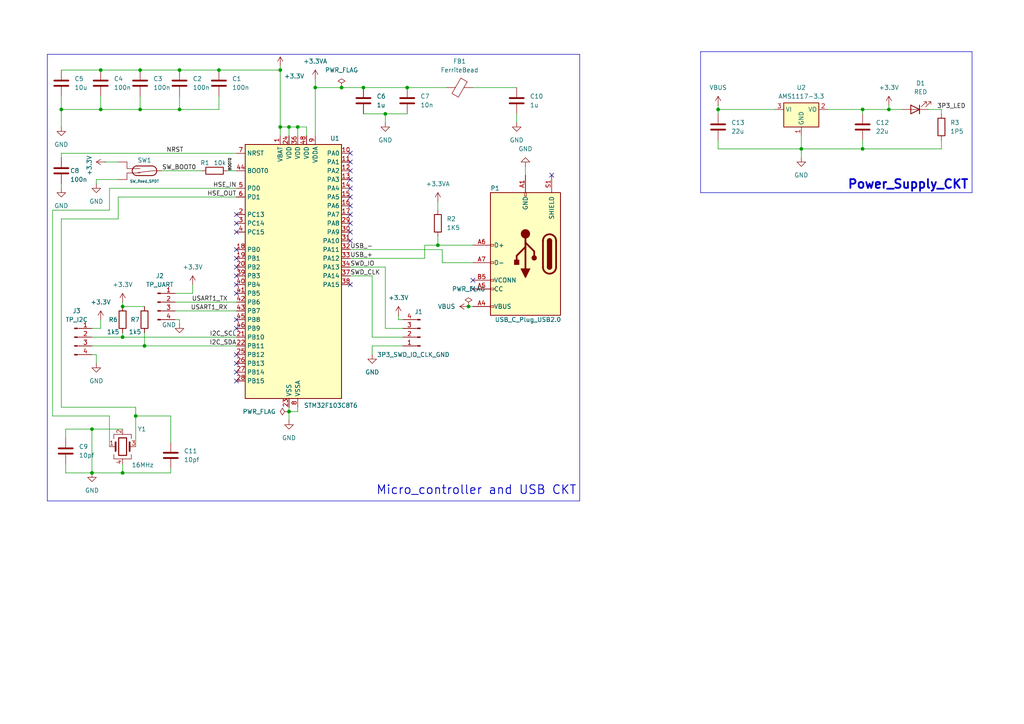
<source format=kicad_sch>
(kicad_sch (version 20231120) (generator "eeschema") (generator_version "8.0")
  (paper "A4")
  (title_block (title "Simple_STM32_PCB") (date "2024-08-11") (rev "Rev_A") (company "Self"))
  (lib_symbols
    (symbol "Connector:Conn_01x04_Pin" (pin_names (offset 1.016) hide)
      (property "Reference" "J" (at 0 5.08 0))
      (property "Value" "Conn_01x04_Pin" (at 0 -7.62 0))
      (symbol "Conn_01x04_Pin_1_1"
        (polyline (pts (xy 1.27 -5.08) (xy 0.8636 -5.08)) (stroke (width 0.1524)))
        (polyline (pts (xy 1.27 -2.54) (xy 0.8636 -2.54)) (stroke (width 0.1524)))
        (polyline (pts (xy 1.27 0) (xy 0.8636 0)) (stroke (width 0.1524)))
        (polyline (pts (xy 1.27 2.54) (xy 0.8636 2.54)) (stroke (width 0.1524)))
        (rectangle (start 0.8636 -4.953) (end 0 -5.207) (stroke (width 0.1524)) (fill (type outline)))
        (rectangle (start 0.8636 -2.413) (end 0 -2.667) (stroke (width 0.1524)) (fill (type outline)))
        (rectangle (start 0.8636 0.127) (end 0 -0.127) (stroke (width 0.1524)) (fill (type outline)))
        (rectangle (start 0.8636 2.667) (end 0 2.413) (stroke (width 0.1524)) (fill (type outline)))
        (pin passive line (at 5.08 2.54 180) (length 3.81) (name "Pin_1") (number "1"))
        (pin passive line (at 5.08 0 180) (length 3.81) (name "Pin_2") (number "2"))
        (pin passive line (at 5.08 -2.54 180) (length 3.81) (name "Pin_3") (number "3"))
        (pin passive line (at 5.08 -5.08 180) (length 3.81) (name "Pin_4") (number "4"))
      )
    )
    (symbol "Connector:USB_C_Plug_USB2.0" (pin_names (offset 1.016))
      (property "Reference" "P" (at -10.16 19.05 0))
      (property "Value" "USB_C_Plug_USB2.0" (at 12.7 19.05 0))
      (symbol "USB_C_Plug_USB2.0_0_0"
        (rectangle (start -0.254 -17.78) (end 0.254 -16.764))
        (rectangle (start 10.16 -2.286) (end 9.144 -2.794))
        (rectangle (start 10.16 2.794) (end 9.144 2.286))
        (rectangle (start 10.16 7.874) (end 9.144 7.366))
        (rectangle (start 10.16 10.414) (end 9.144 9.906))
        (rectangle (start 10.16 15.494) (end 9.144 14.986))
      )
      (symbol "USB_C_Plug_USB2.0_0_1"
        (rectangle (start -10.16 17.78) (end 10.16 -17.78) (stroke (width 0.254)) (fill (type background)))
        (arc (start -8.89 -3.81) (mid -6.985 -5.7067) (end -5.08 -3.81) (stroke (width 0.508)))
        (arc (start -7.62 -3.81) (mid -6.985 -4.4423) (end -6.35 -3.81) (stroke (width 0.254)))
        (arc (start -7.62 -3.81) (mid -6.985 -4.4423) (end -6.35 -3.81) (stroke (width 0.254)) (fill (type outline)))
        (rectangle (start -7.62 -3.81) (end -6.35 3.81) (stroke (width 0.254)) (fill (type outline)))
        (arc (start -6.35 3.81) (mid -6.985 4.4423) (end -7.62 3.81) (stroke (width 0.254)))
        (arc (start -6.35 3.81) (mid -6.985 4.4423) (end -7.62 3.81) (stroke (width 0.254)) (fill (type outline)))
        (arc (start -5.08 3.81) (mid -6.985 5.7067) (end -8.89 3.81) (stroke (width 0.508)))
        (circle (center -2.54 1.143) (radius 0.635) (stroke (width 0.254)) (fill (type outline)))
        (circle (center 0 -5.842) (radius 1.27) (fill (type outline)))
        (polyline (pts (xy -8.89 -3.81) (xy -8.89 3.81)) (stroke (width 0.508)))
        (polyline (pts (xy -5.08 3.81) (xy -5.08 -3.81)) (stroke (width 0.508)))
        (polyline (pts (xy 0 -5.842) (xy 0 4.318)) (stroke (width 0.508)))
        (polyline (pts (xy 0 -3.302) (xy -2.54 -0.762) (xy -2.54 0.508)) (stroke (width 0.508)))
        (polyline (pts (xy 0 -2.032) (xy 2.54 0.508) (xy 2.54 1.778)) (stroke (width 0.508)))
        (polyline (pts (xy -1.27 4.318) (xy 0 6.858) (xy 1.27 4.318) (xy -1.27 4.318)) (stroke (width 0.254)) (fill (type outline)))
        (rectangle (start 1.905 1.778) (end 3.175 3.048) (stroke (width 0.254)) (fill (type outline)))
      )
      (symbol "USB_C_Plug_USB2.0_1_1"
        (pin passive line (at 0 -22.86 90) (length 5.08) (name "GND") (number "A1"))
        (pin passive line (at 0 -22.86 90) (length 5.08) hide (name "GND") (number "A12"))
        (pin passive line (at 15.24 15.24 180) (length 5.08) (name "VBUS") (number "A4"))
        (pin bidirectional line (at 15.24 10.16 180) (length 5.08) (name "CC") (number "A5"))
        (pin bidirectional line (at 15.24 -2.54 180) (length 5.08) (name "D+") (number "A6"))
        (pin bidirectional line (at 15.24 2.54 180) (length 5.08) (name "D-") (number "A7"))
        (pin passive line (at 15.24 15.24 180) (length 5.08) hide (name "VBUS") (number "A9"))
        (pin passive line (at 0 -22.86 90) (length 5.08) hide (name "GND") (number "B1"))
        (pin passive line (at 0 -22.86 90) (length 5.08) hide (name "GND") (number "B12"))
        (pin passive line (at 15.24 15.24 180) (length 5.08) hide (name "VBUS") (number "B4"))
        (pin bidirectional line (at 15.24 7.62 180) (length 5.08) (name "VCONN") (number "B5"))
        (pin passive line (at 15.24 15.24 180) (length 5.08) hide (name "VBUS") (number "B9"))
        (pin passive line (at -7.62 -22.86 90) (length 5.08) (name "SHIELD") (number "S1"))
      )
    )
    (symbol "Device:C" (pin_numbers hide) (pin_names (offset 0.254))
      (property "Reference" "C" (at 0.635 2.54 0))
      (property "Value" "C" (at 0.635 -2.54 0))
      (symbol "C_0_1"
        (polyline (pts (xy -2.032 -0.762) (xy 2.032 -0.762)) (stroke (width 0.508)))
        (polyline (pts (xy -2.032 0.762) (xy 2.032 0.762)) (stroke (width 0.508)))
      )
      (symbol "C_1_1"
        (pin passive line (at 0 3.81 270) (length 2.794) (name "~") (number "1"))
        (pin passive line (at 0 -3.81 90) (length 2.794) (name "~") (number "2"))
      )
    )
    (symbol "Device:Crystal_GND24" (pin_names (offset 1.016) hide)
      (property "Reference" "Y" (at 3.175 5.08 0))
      (property "Value" "Crystal_GND24" (at 3.175 3.175 0))
      (symbol "Crystal_GND24_0_1"
        (rectangle (start -1.143 2.54) (end 1.143 -2.54) (stroke (width 0.3048)))
        (polyline (pts (xy -2.54 0) (xy -2.032 0)))
        (polyline (pts (xy -2.032 -1.27) (xy -2.032 1.27)) (stroke (width 0.508)))
        (polyline (pts (xy 0 -3.81) (xy 0 -3.556)))
        (polyline (pts (xy 0 3.556) (xy 0 3.81)))
        (polyline (pts (xy 2.032 -1.27) (xy 2.032 1.27)) (stroke (width 0.508)))
        (polyline (pts (xy 2.032 0) (xy 2.54 0)))
        (polyline (pts (xy -2.54 -2.286) (xy -2.54 -3.556) (xy 2.54 -3.556) (xy 2.54 -2.286)))
        (polyline (pts (xy -2.54 2.286) (xy -2.54 3.556) (xy 2.54 3.556) (xy 2.54 2.286)))
      )
      (symbol "Crystal_GND24_1_1"
        (pin passive line (at -3.81 0 0) (length 1.27) (name "1") (number "1"))
        (pin passive line (at 0 5.08 270) (length 1.27) (name "2") (number "2"))
        (pin passive line (at 3.81 0 180) (length 1.27) (name "3") (number "3"))
        (pin passive line (at 0 -5.08 90) (length 1.27) (name "4") (number "4"))
      )
    )
    (symbol "Device:FerriteBead" (pin_numbers hide) (pin_names (offset 0))
      (property "Reference" "FB" (at -3.81 0.635 90))
      (property "Value" "FerriteBead" (at 3.81 0 90))
      (symbol "FerriteBead_0_1"
        (polyline (pts (xy 0 -1.27) (xy 0 -1.2192)))
        (polyline (pts (xy 0 1.27) (xy 0 1.2954)))
        (polyline (pts (xy -2.7686 0.4064) (xy -1.7018 2.2606) (xy 2.7686 -0.3048) (xy 1.6764 -2.159) (xy -2.7686 0.4064)))
      )
      (symbol "FerriteBead_1_1"
        (pin passive line (at 0 3.81 270) (length 2.54) (name "~") (number "1"))
        (pin passive line (at 0 -3.81 90) (length 2.54) (name "~") (number "2"))
      )
    )
    (symbol "Device:LED" (pin_numbers hide) (pin_names (offset 1.016) hide)
      (property "Reference" "D" (at 0 2.54 0))
      (property "Value" "LED" (at 0 -2.54 0))
      (symbol "LED_0_1"
        (polyline (pts (xy -1.27 -1.27) (xy -1.27 1.27)) (stroke (width 0.254)))
        (polyline (pts (xy -1.27 0) (xy 1.27 0)))
        (polyline (pts (xy 1.27 -1.27) (xy 1.27 1.27) (xy -1.27 0) (xy 1.27 -1.27)) (stroke (width 0.254)))
        (polyline (pts (xy -3.048 -0.762) (xy -4.572 -2.286) (xy -3.81 -2.286) (xy -4.572 -2.286) (xy -4.572 -1.524)))
        (polyline (pts (xy -1.778 -0.762) (xy -3.302 -2.286) (xy -2.54 -2.286) (xy -3.302 -2.286) (xy -3.302 -1.524)))
      )
      (symbol "LED_1_1"
        (pin passive line (at -3.81 0 0) (length 2.54) (name "K") (number "1"))
        (pin passive line (at 3.81 0 180) (length 2.54) (name "A") (number "2"))
      )
    )
    (symbol "Device:R" (pin_numbers hide) (pin_names (offset 0))
      (property "Reference" "R" (at 2.032 0 90))
      (property "Value" "R" (at 0 0 90))
      (symbol "R_0_1"
        (rectangle (start -1.016 -2.54) (end 1.016 2.54) (stroke (width 0.254)))
      )
      (symbol "R_1_1"
        (pin passive line (at 0 3.81 270) (length 1.27) (name "~") (number "1"))
        (pin passive line (at 0 -3.81 90) (length 1.27) (name "~") (number "2"))
      )
    )
    (symbol "MCU_ST_STM32F1:STM32F103C8Tx"
      (property "Reference" "U" (at -12.7 39.37 0))
      (property "Value" "STM32F103C8Tx" (at 10.16 39.37 0))
      (symbol "STM32F103C8Tx_0_1"
        (rectangle (start -12.7 -35.56) (end 15.24 38.1) (stroke (width 0.254)) (fill (type background)))
      )
      (symbol "STM32F103C8Tx_1_1"
        (pin power_in line (at -2.54 40.64 270) (length 2.54) (name "VBAT") (number "1"))
        (pin bidirectional line (at 17.78 35.56 180) (length 2.54) (name "PA0") (number "10"))
        (pin bidirectional line (at 17.78 33.02 180) (length 2.54) (name "PA1") (number "11"))
        (pin bidirectional line (at 17.78 30.48 180) (length 2.54) (name "PA2") (number "12"))
        (pin bidirectional line (at 17.78 27.94 180) (length 2.54) (name "PA3") (number "13"))
        (pin bidirectional line (at 17.78 25.4 180) (length 2.54) (name "PA4") (number "14"))
        (pin bidirectional line (at 17.78 22.86 180) (length 2.54) (name "PA5") (number "15"))
        (pin bidirectional line (at 17.78 20.32 180) (length 2.54) (name "PA6") (number "16"))
        (pin bidirectional line (at 17.78 17.78 180) (length 2.54) (name "PA7") (number "17"))
        (pin bidirectional line (at -15.24 7.62 0) (length 2.54) (name "PB0") (number "18"))
        (pin bidirectional line (at -15.24 5.08 0) (length 2.54) (name "PB1") (number "19"))
        (pin bidirectional line (at -15.24 17.78 0) (length 2.54) (name "PC13") (number "2"))
        (pin bidirectional line (at -15.24 2.54 0) (length 2.54) (name "PB2") (number "20"))
        (pin bidirectional line (at -15.24 -17.78 0) (length 2.54) (name "PB10") (number "21"))
        (pin bidirectional line (at -15.24 -20.32 0) (length 2.54) (name "PB11") (number "22"))
        (pin power_in line (at 0 -38.1 90) (length 2.54) (name "VSS") (number "23"))
        (pin power_in line (at 0 40.64 270) (length 2.54) (name "VDD") (number "24"))
        (pin bidirectional line (at -15.24 -22.86 0) (length 2.54) (name "PB12") (number "25"))
        (pin bidirectional line (at -15.24 -25.4 0) (length 2.54) (name "PB13") (number "26"))
        (pin bidirectional line (at -15.24 -27.94 0) (length 2.54) (name "PB14") (number "27"))
        (pin bidirectional line (at -15.24 -30.48 0) (length 2.54) (name "PB15") (number "28"))
        (pin bidirectional line (at 17.78 15.24 180) (length 2.54) (name "PA8") (number "29"))
        (pin bidirectional line (at -15.24 15.24 0) (length 2.54) (name "PC14") (number "3"))
        (pin bidirectional line (at 17.78 12.7 180) (length 2.54) (name "PA9") (number "30"))
        (pin bidirectional line (at 17.78 10.16 180) (length 2.54) (name "PA10") (number "31"))
        (pin bidirectional line (at 17.78 7.62 180) (length 2.54) (name "PA11") (number "32"))
        (pin bidirectional line (at 17.78 5.08 180) (length 2.54) (name "PA12") (number "33"))
        (pin bidirectional line (at 17.78 2.54 180) (length 2.54) (name "PA13") (number "34"))
        (pin passive line (at 0 -38.1 90) (length 2.54) hide (name "VSS") (number "35"))
        (pin power_in line (at 2.54 40.64 270) (length 2.54) (name "VDD") (number "36"))
        (pin bidirectional line (at 17.78 0 180) (length 2.54) (name "PA14") (number "37"))
        (pin bidirectional line (at 17.78 -2.54 180) (length 2.54) (name "PA15") (number "38"))
        (pin bidirectional line (at -15.24 0 0) (length 2.54) (name "PB3") (number "39"))
        (pin bidirectional line (at -15.24 12.7 0) (length 2.54) (name "PC15") (number "4"))
        (pin bidirectional line (at -15.24 -2.54 0) (length 2.54) (name "PB4") (number "40"))
        (pin bidirectional line (at -15.24 -5.08 0) (length 2.54) (name "PB5") (number "41"))
        (pin bidirectional line (at -15.24 -7.62 0) (length 2.54) (name "PB6") (number "42"))
        (pin bidirectional line (at -15.24 -10.16 0) (length 2.54) (name "PB7") (number "43"))
        (pin input line (at -15.24 30.48 0) (length 2.54) (name "BOOT0") (number "44"))
        (pin bidirectional line (at -15.24 -12.7 0) (length 2.54) (name "PB8") (number "45"))
        (pin bidirectional line (at -15.24 -15.24 0) (length 2.54) (name "PB9") (number "46"))
        (pin passive line (at 0 -38.1 90) (length 2.54) hide (name "VSS") (number "47"))
        (pin power_in line (at 5.08 40.64 270) (length 2.54) (name "VDD") (number "48"))
        (pin bidirectional line (at -15.24 25.4 0) (length 2.54) (name "PD0") (number "5"))
        (pin bidirectional line (at -15.24 22.86 0) (length 2.54) (name "PD1") (number "6"))
        (pin input line (at -15.24 35.56 0) (length 2.54) (name "NRST") (number "7"))
        (pin power_in line (at 2.54 -38.1 90) (length 2.54) (name "VSSA") (number "8"))
        (pin power_in line (at 7.62 40.64 270) (length 2.54) (name "VDDA") (number "9"))
      )
    )
    (symbol "Regulator_Linear:AMS1117-3.3"
      (property "Reference" "U" (at -3.81 3.175 0))
      (property "Value" "AMS1117-3.3" (at 0 3.175 0))
      (symbol "AMS1117-3.3_0_1"
        (rectangle (start -5.08 -5.08) (end 5.08 1.905) (stroke (width 0.254)) (fill (type background)))
      )
      (symbol "AMS1117-3.3_1_1"
        (pin power_in line (at 0 -7.62 90) (length 2.54) (name "GND") (number "1"))
        (pin power_out line (at 7.62 0 180) (length 2.54) (name "VO") (number "2"))
        (pin power_in line (at -7.62 0 0) (length 2.54) (name "VI") (number "3"))
      )
    )
    (symbol "Switch:SW_Reed_SPDT" (pin_numbers hide) (pin_names (offset 0) hide)
      (property "Reference" "SW" (at 0 2.54 0))
      (property "Value" "SW_Reed_SPDT" (at 0 -3.81 0))
      (symbol "SW_Reed_SPDT_0_0"
        (arc (start -2.159 1.397) (mid -3.55 0) (end -2.159 -1.397) (stroke (width 0.254)))
        (polyline (pts (xy -2.54 0) (xy 1.905 0.508)))
        (polyline (pts (xy -2.159 -1.397) (xy 2.286 -1.397)) (stroke (width 0.254)))
        (polyline (pts (xy 2.159 1.397) (xy -2.159 1.397)) (stroke (width 0.254)))
        (arc (start 2.159 -1.397) (mid 3.55 0) (end 2.159 1.397) (stroke (width 0.254)))
      )
      (symbol "SW_Reed_SPDT_0_1"
        (polyline (pts (xy 1.27 -0.635) (xy 5.08 -0.635) (xy 5.08 -2.54)))
        (polyline (pts (xy 1.27 0.635) (xy 5.08 0.635) (xy 5.08 2.54)))
      )
      (symbol "SW_Reed_SPDT_1_1"
        (pin passive line (at 7.62 2.54 180) (length 2.54) (name "1") (number "1"))
        (pin passive line (at -5.08 0 0) (length 2.54) (name "2") (number "2"))
        (pin passive line (at 7.62 -2.54 180) (length 2.54) (name "3") (number "3"))
      )
    )
    (symbol "power:+3.3V" (power) (pin_numbers hide) (pin_names (offset 0) hide)
      (property "Value" "+3.3V" (at 0 3.556 0))
      (symbol "+3.3V_0_1"
        (polyline (pts (xy -0.762 1.27) (xy 0 2.54)))
        (polyline (pts (xy 0 0) (xy 0 2.54)))
        (polyline (pts (xy 0 2.54) (xy 0.762 1.27)))
      )
      (symbol "+3.3V_1_1"
        (pin power_in line (at 0 0 90) (length 0) (name "~") (number "1"))
      )
    )
    (symbol "power:+3.3VA" (power) (pin_numbers hide) (pin_names (offset 0) hide)
      (property "Value" "+3.3VA" (at 0 3.556 0))
      (symbol "+3.3VA_0_1"
        (polyline (pts (xy -0.762 1.27) (xy 0 2.54)))
        (polyline (pts (xy 0 0) (xy 0 2.54)))
        (polyline (pts (xy 0 2.54) (xy 0.762 1.27)))
      )
      (symbol "+3.3VA_1_1"
        (pin power_in line (at 0 0 90) (length 0) (name "~") (number "1"))
      )
    )
    (symbol "power:GND" (power) (pin_numbers hide) (pin_names (offset 0) hide)
      (property "Value" "GND" (at 0 -3.81 0))
      (symbol "GND_0_1"
        (polyline (pts (xy 0 0) (xy 0 -1.27) (xy 1.27 -1.27) (xy 0 -2.54) (xy -1.27 -1.27) (xy 0 -1.27)))
      )
      (symbol "GND_1_1"
        (pin power_in line (at 0 0 270) (length 0) (name "~") (number "1"))
      )
    )
    (symbol "power:PWR_FLAG" (power) (pin_numbers hide) (pin_names (offset 0) hide)
      (property "Value" "PWR_FLAG" (at 0 3.81 0))
      (symbol "PWR_FLAG_0_0"
        (pin power_out line (at 0 0 90) (length 0) (name "~") (number "1"))
      )
      (symbol "PWR_FLAG_0_1"
        (polyline (pts (xy 0 0) (xy 0 1.27) (xy -1.016 1.905) (xy 0 2.54) (xy 1.016 1.905) (xy 0 1.27)))
      )
    )
    (symbol "power:VBUS" (power) (pin_numbers hide) (pin_names (offset 0) hide)
      (property "Value" "VBUS" (at 0 3.556 0))
      (symbol "VBUS_0_1"
        (polyline (pts (xy -0.762 1.27) (xy 0 2.54)))
        (polyline (pts (xy 0 0) (xy 0 2.54)))
        (polyline (pts (xy 0 2.54) (xy 0.762 1.27)))
      )
      (symbol "VBUS_1_1"
        (pin power_in line (at 0 0 90) (length 0) (name "~") (number "1"))
      )
    )
  )
  (junction (at 250.19 43.18))
  (junction (at 41.91 100.33))
  (junction (at 208.28 31.75))
  (junction (at 99.06 25.4))
  (junction (at 118.11 25.4))
  (junction (at 105.41 25.4))
  (junction (at 81.28 36.83))
  (junction (at 39.37 120.65))
  (junction (at 127 71.12))
  (junction (at 40.64 20.32))
  (junction (at 40.64 31.75))
  (junction (at 63.5 20.32))
  (junction (at 26.67 124.46))
  (junction (at 86.36 36.83))
  (junction (at 26.67 137.16))
  (junction (at 17.78 31.75))
  (junction (at 29.21 20.32))
  (junction (at 29.21 31.75))
  (junction (at 83.82 36.83))
  (junction (at 35.56 137.16))
  (junction (at 250.19 31.75))
  (junction (at 35.56 97.79))
  (junction (at 35.56 88.9))
  (junction (at 111.76 33.02))
  (junction (at 257.81 31.75))
  (junction (at 52.07 20.32))
  (junction (at 135.89 88.9))
  (junction (at 81.28 20.32))
  (junction (at 83.82 119.38))
  (junction (at 91.44 25.4))
  (junction (at 52.07 31.75))
  (junction (at 232.41 43.18))
  (no_connect (at 68.58 95.25))
  (no_connect (at 68.58 107.95))
  (no_connect (at 68.58 82.55))
  (no_connect (at 101.6 57.15))
  (no_connect (at 68.58 64.77))
  (no_connect (at 68.58 77.47))
  (no_connect (at 101.6 67.31))
  (no_connect (at 101.6 82.55))
  (no_connect (at 101.6 54.61))
  (no_connect (at 68.58 92.71))
  (no_connect (at 137.16 81.28))
  (no_connect (at 68.58 102.87))
  (no_connect (at 160.02 50.8))
  (no_connect (at 68.58 74.93))
  (no_connect (at 68.58 72.39))
  (no_connect (at 101.6 69.85))
  (no_connect (at 68.58 67.31))
  (no_connect (at 101.6 52.07))
  (no_connect (at 101.6 64.77))
  (no_connect (at 68.58 110.49))
  (no_connect (at 101.6 62.23))
  (no_connect (at 137.16 83.82))
  (no_connect (at 68.58 85.09))
  (no_connect (at 68.58 80.01))
  (no_connect (at 68.58 62.23))
  (no_connect (at 101.6 59.69))
  (no_connect (at 101.6 46.99))
  (no_connect (at 68.58 105.41))
  (no_connect (at 101.6 49.53))
  (no_connect (at 101.6 44.45))
  (wire (pts (xy 49.53 128.27) (xy 49.53 120.65)))
  (wire (pts (xy 17.78 53.34) (xy 17.78 54.61)))
  (wire (pts (xy 115.57 91.44) (xy 115.57 92.71)))
  (polyline (pts (xy 168.148 145.288) (xy 13.716 145.288)))
  (wire (pts (xy 149.86 33.02) (xy 149.86 35.56)))
  (wire (pts (xy 250.19 43.18) (xy 273.05 43.18)))
  (wire (pts (xy 105.41 25.4) (xy 118.11 25.4)))
  (wire (pts (xy 111.76 77.47) (xy 111.76 95.25)))
  (wire (pts (xy 17.78 27.94) (xy 17.78 31.75)))
  (wire (pts (xy 26.67 100.33) (xy 41.91 100.33)))
  (wire (pts (xy 232.41 43.18) (xy 250.19 43.18)))
  (wire (pts (xy 17.78 44.45) (xy 68.58 44.45)))
  (wire (pts (xy 105.41 33.02) (xy 111.76 33.02)))
  (wire (pts (xy 35.56 88.9) (xy 41.91 88.9)))
  (wire (pts (xy 26.67 124.46) (xy 26.67 137.16)))
  (wire (pts (xy 208.28 31.75) (xy 208.28 33.02)))
  (wire (pts (xy 273.05 40.64) (xy 273.05 43.18)))
  (wire (pts (xy 29.21 31.75) (xy 40.64 31.75)))
  (wire (pts (xy 257.81 31.75) (xy 261.62 31.75)))
  (polyline (pts (xy 203.2 55.88) (xy 281.94 55.88)))
  (wire (pts (xy 35.56 96.52) (xy 35.56 97.79)))
  (wire (pts (xy 27.94 52.07) (xy 34.29 52.07)))
  (wire (pts (xy 273.05 31.75) (xy 273.05 33.02)))
  (wire (pts (xy 26.67 95.25) (xy 29.21 95.25)))
  (wire (pts (xy 88.9 39.37) (xy 88.9 36.83)))
  (wire (pts (xy 19.05 124.46) (xy 26.67 124.46)))
  (wire (pts (xy 39.37 129.54) (xy 39.37 120.65)))
  (wire (pts (xy 17.78 20.32) (xy 29.21 20.32)))
  (wire (pts (xy 40.64 31.75) (xy 52.07 31.75)))
  (wire (pts (xy 118.11 25.4) (xy 129.54 25.4)))
  (wire (pts (xy 29.21 27.94) (xy 29.21 31.75)))
  (polyline (pts (xy 203.2 14.986) (xy 203.2 15.24)))
  (wire (pts (xy 81.28 36.83) (xy 81.28 39.37)))
  (wire (pts (xy 81.28 20.32) (xy 81.28 36.83)))
  (wire (pts (xy 107.95 100.33) (xy 107.95 102.87)))
  (wire (pts (xy 17.78 44.45) (xy 17.78 45.72)))
  (wire (pts (xy 35.56 87.63) (xy 35.56 88.9)))
  (wire (pts (xy 137.16 71.12) (xy 127 71.12)))
  (polyline (pts (xy 168.148 15.748) (xy 168.148 145.288)))
  (wire (pts (xy 107.95 80.01) (xy 107.95 97.79)))
  (wire (pts (xy 111.76 33.02) (xy 111.76 35.56)))
  (wire (pts (xy 50.8 90.17) (xy 68.58 90.17)))
  (wire (pts (xy 137.16 76.2) (xy 128.27 76.2)))
  (wire (pts (xy 63.5 20.32) (xy 81.28 20.32)))
  (wire (pts (xy 15.24 120.65) (xy 15.24 60.96)))
  (polyline (pts (xy 13.716 15.748) (xy 168.148 15.748)))
  (wire (pts (xy 27.94 52.07) (xy 27.94 53.34)))
  (wire (pts (xy 17.78 31.75) (xy 29.21 31.75)))
  (wire (pts (xy 111.76 77.47) (xy 101.6 77.47)))
  (wire (pts (xy 35.56 137.16) (xy 35.56 134.62)))
  (wire (pts (xy 128.27 72.39) (xy 101.6 72.39)))
  (wire (pts (xy 127 71.12) (xy 123.19 71.12)))
  (wire (pts (xy 208.28 30.48) (xy 208.28 31.75)))
  (wire (pts (xy 46.99 49.53) (xy 58.42 49.53)))
  (wire (pts (xy 17.78 118.11) (xy 39.37 118.11)))
  (wire (pts (xy 40.64 27.94) (xy 40.64 31.75)))
  (wire (pts (xy 208.28 40.64) (xy 208.28 43.18)))
  (wire (pts (xy 135.89 88.9) (xy 137.16 88.9)))
  (wire (pts (xy 27.94 105.41) (xy 27.94 102.87)))
  (wire (pts (xy 41.91 100.33) (xy 68.58 100.33)))
  (wire (pts (xy 83.82 39.37) (xy 83.82 36.83)))
  (wire (pts (xy 41.91 96.52) (xy 41.91 100.33)))
  (wire (pts (xy 91.44 25.4) (xy 99.06 25.4)))
  (wire (pts (xy 257.81 30.48) (xy 257.81 31.75)))
  (wire (pts (xy 19.05 134.62) (xy 19.05 137.16)))
  (wire (pts (xy 39.37 118.11) (xy 39.37 120.65)))
  (wire (pts (xy 50.8 87.63) (xy 68.58 87.63)))
  (wire (pts (xy 208.28 31.75) (xy 224.79 31.75)))
  (wire (pts (xy 91.44 25.4) (xy 91.44 39.37)))
  (wire (pts (xy 128.27 76.2) (xy 128.27 72.39)))
  (wire (pts (xy 116.84 100.33) (xy 107.95 100.33)))
  (wire (pts (xy 83.82 118.11) (xy 83.82 119.38)))
  (wire (pts (xy 31.75 120.65) (xy 15.24 120.65)))
  (wire (pts (xy 83.82 119.38) (xy 83.82 121.92)))
  (wire (pts (xy 34.29 57.15) (xy 68.58 57.15)))
  (polyline (pts (xy 281.94 55.88) (xy 281.94 14.986)))
  (wire (pts (xy 29.21 95.25) (xy 29.21 92.71)))
  (wire (pts (xy 35.56 97.79) (xy 68.58 97.79)))
  (polyline (pts (xy 13.716 145.288) (xy 13.716 15.748)))
  (wire (pts (xy 17.78 63.5) (xy 17.78 118.11)))
  (wire (pts (xy 49.53 137.16) (xy 35.56 137.16)))
  (wire (pts (xy 52.07 31.75) (xy 63.5 31.75)))
  (wire (pts (xy 49.53 120.65) (xy 39.37 120.65)))
  (wire (pts (xy 250.19 31.75) (xy 250.19 33.02)))
  (wire (pts (xy 123.19 74.93) (xy 101.6 74.93)))
  (wire (pts (xy 26.67 97.79) (xy 35.56 97.79)))
  (wire (pts (xy 208.28 43.18) (xy 232.41 43.18)))
  (wire (pts (xy 88.9 36.83) (xy 86.36 36.83)))
  (wire (pts (xy 115.57 92.71) (xy 116.84 92.71)))
  (wire (pts (xy 35.56 124.46) (xy 26.67 124.46)))
  (wire (pts (xy 31.75 54.61) (xy 68.58 54.61)))
  (polyline (pts (xy 168.148 15.748) (xy 168.148 16.002)))
  (wire (pts (xy 40.64 20.32) (xy 52.07 20.32)))
  (wire (pts (xy 52.07 27.94) (xy 52.07 31.75)))
  (wire (pts (xy 269.24 31.75) (xy 273.05 31.75)))
  (wire (pts (xy 19.05 137.16) (xy 26.67 137.16)))
  (wire (pts (xy 91.44 22.86) (xy 91.44 25.4)))
  (wire (pts (xy 30.48 46.99) (xy 34.29 46.99)))
  (wire (pts (xy 52.07 20.32) (xy 63.5 20.32)))
  (wire (pts (xy 15.24 60.96) (xy 31.75 60.96)))
  (polyline (pts (xy 203.2 15.24) (xy 203.2 55.88)))
  (wire (pts (xy 152.4 48.26) (xy 152.4 50.8)))
  (wire (pts (xy 31.75 60.96) (xy 31.75 54.61)))
  (wire (pts (xy 55.88 85.09) (xy 50.8 85.09)))
  (wire (pts (xy 31.75 129.54) (xy 31.75 120.65)))
  (wire (pts (xy 127 68.58) (xy 127 71.12)))
  (polyline (pts (xy 281.94 14.986) (xy 203.2 14.986)))
  (wire (pts (xy 99.06 25.4) (xy 105.41 25.4)))
  (wire (pts (xy 111.76 33.02) (xy 118.11 33.02)))
  (wire (pts (xy 137.16 25.4) (xy 149.86 25.4)))
  (wire (pts (xy 101.6 80.01) (xy 107.95 80.01)))
  (wire (pts (xy 123.19 71.12) (xy 123.19 74.93)))
  (wire (pts (xy 81.28 19.05) (xy 81.28 20.32)))
  (wire (pts (xy 55.88 82.55) (xy 55.88 85.09)))
  (wire (pts (xy 52.07 92.71) (xy 52.07 93.98)))
  (wire (pts (xy 86.36 39.37) (xy 86.36 36.83)))
  (wire (pts (xy 66.04 49.53) (xy 68.58 49.53)))
  (wire (pts (xy 111.76 95.25) (xy 116.84 95.25)))
  (wire (pts (xy 83.82 36.83) (xy 81.28 36.83)))
  (wire (pts (xy 34.29 57.15) (xy 34.29 63.5)))
  (wire (pts (xy 86.36 118.11) (xy 86.36 119.38)))
  (wire (pts (xy 127 58.42) (xy 127 60.96)))
  (wire (pts (xy 250.19 40.64) (xy 250.19 43.18)))
  (wire (pts (xy 27.94 102.87) (xy 26.67 102.87)))
  (wire (pts (xy 232.41 43.18) (xy 232.41 39.37)))
  (wire (pts (xy 86.36 36.83) (xy 83.82 36.83)))
  (wire (pts (xy 29.21 20.32) (xy 40.64 20.32)))
  (wire (pts (xy 250.19 31.75) (xy 257.81 31.75)))
  (wire (pts (xy 86.36 119.38) (xy 83.82 119.38)))
  (wire (pts (xy 49.53 135.89) (xy 49.53 137.16)))
  (wire (pts (xy 232.41 43.18) (xy 232.41 45.72)))
  (wire (pts (xy 26.67 137.16) (xy 35.56 137.16)))
  (wire (pts (xy 52.07 92.71) (xy 50.8 92.71)))
  (wire (pts (xy 34.29 63.5) (xy 17.78 63.5)))
  (wire (pts (xy 240.03 31.75) (xy 250.19 31.75)))
  (wire (pts (xy 63.5 31.75) (xy 63.5 27.94)))
  (wire (pts (xy 17.78 31.75) (xy 17.78 36.83)))
  (wire (pts (xy 19.05 124.46) (xy 19.05 127)))
  (wire (pts (xy 107.95 97.79) (xy 116.84 97.79)))
  (text "Power_Supply_CKT\n" (at 263.398 53.594 0) (effects (font (size 2.54 2.54) (bold yes))))
  (text "Micro_controller and USB CKT\n" (at 138.176 142.24 0) (effects (font (size 2.54 2.54) (thickness 0.254) (bold yes))))
  (label "NRST" (at 48.26 44.45 0))
  (label "USB_+" (at 101.6 74.93 0))
  (label "USART1_RX" (at 66.04 90.17 180))
  (label "SWD_IO" (at 101.6 77.47 0))
  (label "I2C_SDA" (at 68.58 100.33 180))
  (label "I2C_SCL" (at 68.58 97.79 180))
  (label "3P3_LED" (at 271.78 31.75 0))
  (label "SWD_CLK" (at 101.6 80.01 0))
  (label "HSE_IN" (at 68.58 54.61 180))
  (label "HSE_OUT" (at 68.58 57.15 180))
  (label "SW_BOOT0" (at 46.99 49.53 0))
  (label "USART1_TX" (at 66.04 87.63 180))
  (label "BOOT0" (at 67.31 49.53 90) (effects (font (size 0.762 0.762))))
  (label "USB_-" (at 101.6 72.39 0))
  (symbol (lib_id "power:VBUS") (at 208.28 30.48 0) (unit 1)
    (property "Reference" "#PWR016" (effects (hide yes)))
    (property "Value" "VBUS" (at 208.28 25.4 0))
    (property "Description" "Power symbol creates a global label with name \"VBUS\"" (effects (hide yes)))
  )
  (symbol (lib_id "Device:C") (at 250.19 36.83 0) (unit 1)
    (property "Reference" "C12" (at 254 35.5599 0) (effects (justify left)))
    (property "Value" "22u" (at 254 38.0999 0) (effects (justify left)))
    (property "Footprint" "Capacitor_SMD:C_0805_2012Metric" (effects (hide yes)))
    (property "Description" "Unpolarized capacitor" (effects (hide yes)))
  )
  (symbol (lib_id "Device:C") (at 63.5 24.13 0) (unit 1)
    (property "Reference" "C1" (at 67.31 22.8599 0) (effects (justify left)))
    (property "Value" "100n" (at 67.31 25.3999 0) (effects (justify left)))
    (property "Footprint" "Capacitor_SMD:C_0402_1005Metric" (effects (hide yes)))
    (property "Description" "Unpolarized capacitor" (effects (hide yes)))
  )
  (symbol (lib_id "MCU_ST_STM32F1:STM32F103C8Tx") (at 83.82 80.01 0) (unit 1)
    (property "Reference" "U1" (at 95.758 40.132 0) (effects (justify left)))
    (property "Value" "STM32F103C8T6" (at 88.138 117.602 0) (effects (justify left)))
    (property "Footprint" "Package_QFP:LQFP-48_7x7mm_P0.5mm" (effects (hide yes)))
    (property "Datasheet" "https://www.st.com/resource/en/datasheet/stm32f103c8.pdf" (effects (hide yes)))
    (property "Description" "STMicroelectronics Arm Cortex-M3 MCU, 64KB flash, 20KB RAM, 72 MHz, 2.0-3.6V, 37 GPIO, LQFP48" (effects (hide yes)))
  )
  (symbol (lib_id "power:GND") (at 26.67 137.16 0) (unit 1)
    (property "Reference" "#PWR010" (effects (hide yes)))
    (property "Value" "GND" (at 26.67 142.24 0))
    (property "Description" "Power symbol creates a global label with name \"GND\" , ground" (effects (hide yes)))
  )
  (symbol (lib_id "power:GND") (at 17.78 36.83 0) (unit 1)
    (property "Reference" "#PWR03" (effects (hide yes)))
    (property "Value" "GND" (at 17.78 41.91 0))
    (property "Description" "Power symbol creates a global label with name \"GND\" , ground" (effects (hide yes)))
  )
  (symbol (lib_id "Device:R") (at 273.05 36.83 0) (unit 1)
    (property "Reference" "R3" (at 275.59 35.5599 0) (effects (justify left)))
    (property "Value" "1P5" (at 275.59 38.0999 0) (effects (justify left)))
    (property "Footprint" "Resistor_SMD:R_0603_1608Metric" (effects (hide yes)))
    (property "Description" "Resistor" (effects (hide yes)))
  )
  (symbol (lib_id "Connector:Conn_01x04_Pin") (at 45.72 87.63 0) (unit 1)
    (property "Reference" "J2" (at 46.355 80.01 0))
    (property "Value" "TP_UART" (at 46.355 82.55 0))
    (property "Footprint" "Connector_PinHeader_2.54mm:PinHeader_1x04_P2.54mm_Vertical" (effects (hide yes)))
    (property "Description" "Generic connector, single row, 01x04, script generated" (effects (hide yes)))
  )
  (symbol (lib_id "Device:C") (at 17.78 24.13 0) (unit 1)
    (property "Reference" "C5" (at 21.59 22.8599 0) (effects (justify left)))
    (property "Value" "10u" (at 21.59 25.3999 0) (effects (justify left)))
    (property "Footprint" "Capacitor_SMD:C_0603_1608Metric" (effects (hide yes)))
    (property "Description" "Unpolarized capacitor" (effects (hide yes)))
  )
  (symbol (lib_id "Device:C") (at 49.53 132.08 0) (unit 1)
    (property "Reference" "C11" (at 53.34 130.8099 0) (effects (justify left)))
    (property "Value" "10pf" (at 53.34 133.3499 0) (effects (justify left)))
    (property "Footprint" "Capacitor_SMD:C_0402_1005Metric" (effects (hide yes)))
    (property "Description" "Unpolarized capacitor" (effects (hide yes)))
  )
  (symbol (lib_id "Device:C") (at 17.78 49.53 0) (unit 1)
    (property "Reference" "C8" (at 20.32 49.53 0) (effects (justify left)))
    (property "Value" "100n" (at 20.32 52.07 0) (effects (justify left)))
    (property "Footprint" "Capacitor_SMD:C_0402_1005Metric" (effects (hide yes)))
    (property "Description" "Unpolarized capacitor" (effects (hide yes)))
  )
  (symbol (lib_id "Device:C") (at 52.07 24.13 0) (unit 1)
    (property "Reference" "C2" (at 55.88 22.8599 0) (effects (justify left)))
    (property "Value" "100n" (at 55.88 25.3999 0) (effects (justify left)))
    (property "Footprint" "Capacitor_SMD:C_0402_1005Metric" (effects (hide yes)))
    (property "Description" "Unpolarized capacitor" (effects (hide yes)))
  )
  (symbol (lib_id "Connector:Conn_01x04_Pin") (at 121.92 97.79 180) (unit 1)
    (property "Reference" "J1" (at 121.412 90.424 0))
    (property "Value" "3P3_SWD_IO_CLK_GND" (at 119.888 102.87 0))
    (property "Footprint" "Connector_PinHeader_2.54mm:PinHeader_1x04_P2.54mm_Vertical" (effects (hide yes)))
    (property "Description" "Generic connector, single row, 01x04, script generated" (effects (hide yes)))
  )
  (symbol (lib_id "power:GND") (at 52.07 93.98 0) (unit 1)
    (property "Reference" "#PWR020" (effects (hide yes)))
    (property "Value" "GND" (at 49.022 94.234 0))
    (property "Description" "Power symbol creates a global label with name \"GND\" , ground" (effects (hide yes)))
  )
  (symbol (lib_id "Device:Crystal_GND24") (at 35.56 129.54 0) (unit 1)
    (property "Reference" "Y1" (at 41.148 124.46 0))
    (property "Value" "16MHz" (at 41.402 134.874 0))
    (property "Footprint" "Crystal:Crystal_SMD_3225-4Pin_3.2x2.5mm_HandSoldering" (effects (hide yes)))
    (property "Description" "Four pin crystal, GND on pins 2 and 4" (effects (hide yes)))
  )
  (symbol (lib_id "Connector:USB_C_Plug_USB2.0") (at 152.4 73.66 180) (unit 1)
    (property "Reference" "P1" (at 142.24 54.61 0) (effects (justify right)))
    (property "Value" "USB_C_Plug_USB2.0" (at 143.51 92.71 0) (effects (justify right)))
    (property "Footprint" "Connector_USB:USB_C_Plug_Molex_105444" (effects (hide yes)))
    (property "Datasheet" "https://www.usb.org/sites/default/files/documents/usb_type-c.zip" (effects (hide yes)))
    (property "Description" "USB 2.0-only Type-C Plug connector" (effects (hide yes)))
  )
  (symbol (lib_id "power:GND") (at 149.86 35.56 0) (unit 1)
    (property "Reference" "#PWR06" (effects (hide yes)))
    (property "Value" "GND" (at 149.86 40.64 0))
    (property "Description" "Power symbol creates a global label with name \"GND\" , ground" (effects (hide yes)))
  )
  (symbol (lib_id "power:GND") (at 27.94 53.34 0) (unit 1)
    (property "Reference" "#PWR07" (effects (hide yes)))
    (property "Value" "GND" (at 27.94 58.42 0))
    (property "Description" "Power symbol creates a global label with name \"GND\" , ground" (effects (hide yes)))
  )
  (symbol (lib_id "power:VBUS") (at 135.89 88.9 90) (unit 1)
    (property "Reference" "#PWR012" (effects (hide yes)))
    (property "Value" "VBUS" (at 132.08 88.8999 90) (effects (justify left)))
    (property "Description" "Power symbol creates a global label with name \"VBUS\"" (effects (hide yes)))
  )
  (symbol (lib_id "Device:R") (at 35.56 92.71 0) (unit 1)
    (property "Reference" "R6" (at 31.496 92.71 0) (effects (justify left)))
    (property "Value" "1k5" (at 30.988 96.266 0) (effects (justify left)))
    (property "Footprint" "Resistor_SMD:R_0603_1608Metric" (effects (hide yes)))
    (property "Description" "Resistor" (effects (hide yes)))
  )
  (symbol (lib_id "Connector:Conn_01x04_Pin") (at 21.59 97.79 0) (unit 1)
    (property "Reference" "J3" (at 22.225 90.17 0))
    (property "Value" "TP_I2C" (at 22.225 92.71 0))
    (property "Footprint" "Connector_PinHeader_2.54mm:PinHeader_1x04_P2.54mm_Vertical" (effects (hide yes)))
    (property "Description" "Generic connector, single row, 01x04, script generated" (effects (hide yes)))
  )
  (symbol (lib_id "Device:R") (at 127 64.77 0) (unit 1)
    (property "Reference" "R2" (at 129.54 63.4999 0) (effects (justify left)))
    (property "Value" "1K5" (at 129.54 66.0399 0) (effects (justify left)))
    (property "Footprint" "Resistor_SMD:R_0603_1608Metric" (effects (hide yes)))
    (property "Description" "Resistor" (effects (hide yes)))
  )
  (symbol (lib_id "Device:C") (at 149.86 29.21 0) (unit 1)
    (property "Reference" "C10" (at 153.67 27.9399 0) (effects (justify left)))
    (property "Value" "1u" (at 153.67 30.4799 0) (effects (justify left)))
    (property "Footprint" "Capacitor_SMD:C_0402_1005Metric" (effects (hide yes)))
    (property "Description" "Unpolarized capacitor" (effects (hide yes)))
  )
  (symbol (lib_id "power:+3.3V") (at 115.57 91.44 0) (unit 1)
    (property "Reference" "#PWR014" (effects (hide yes)))
    (property "Value" "+3.3V" (at 115.57 86.36 0))
    (property "Description" "Power symbol creates a global label with name \"+3.3V\"" (effects (hide yes)))
  )
  (symbol (lib_id "power:+3.3V") (at 30.48 46.99 90) (unit 1)
    (property "Reference" "#PWR08" (effects (hide yes)))
    (property "Value" "+3.3V" (at 25.908 48.006 0))
    (property "Description" "Power symbol creates a global label with name \"+3.3V\"" (effects (hide yes)))
  )
  (symbol (lib_id "power:+3.3V") (at 35.56 87.63 0) (unit 1)
    (property "Reference" "#PWR023" (effects (hide yes)))
    (property "Value" "+3.3V" (at 35.56 82.55 0))
    (property "Description" "Power symbol creates a global label with name \"+3.3V\"" (effects (hide yes)))
  )
  (symbol (lib_id "Device:LED") (at 265.43 31.75 180) (unit 1)
    (property "Reference" "D1" (at 267.0175 24.13 0))
    (property "Value" "RED" (at 267.0175 26.67 0))
    (property "Footprint" "LED_SMD:LED_0603_1608Metric" (effects (hide yes)))
    (property "Description" "Light emitting diode" (effects (hide yes)))
  )
  (symbol (lib_id "power:GND") (at 152.4 48.26 180) (unit 1)
    (property "Reference" "#PWR011" (effects (hide yes)))
    (property "Value" "GND" (at 152.4 43.18 0))
    (property "Description" "Power symbol creates a global label with name \"GND\" , ground" (effects (hide yes)))
  )
  (symbol (lib_id "Device:C") (at 19.05 130.81 0) (unit 1)
    (property "Reference" "C9" (at 22.86 129.5399 0) (effects (justify left)))
    (property "Value" "10pf" (at 22.86 132.0799 0) (effects (justify left)))
    (property "Footprint" "Capacitor_SMD:C_0402_1005Metric" (effects (hide yes)))
    (property "Description" "Unpolarized capacitor" (effects (hide yes)))
  )
  (symbol (lib_id "power:PWR_FLAG") (at 83.82 119.38 90) (unit 1)
    (property "Reference" "#FLG03" (effects (hide yes)))
    (property "Value" "PWR_FLAG" (at 80.01 119.3799 90) (effects (justify left)))
    (property "Description" "Special symbol for telling ERC where power comes from" (effects (hide yes)))
  )
  (symbol (lib_id "power:GND") (at 83.82 121.92 0) (unit 1)
    (property "Reference" "#PWR01" (effects (hide yes)))
    (property "Value" "GND" (at 83.82 127 0))
    (property "Description" "Power symbol creates a global label with name \"GND\" , ground" (effects (hide yes)))
  )
  (symbol (lib_id "Device:FerriteBead") (at 133.35 25.4 90) (unit 1)
    (property "Reference" "FB1" (at 133.2992 17.78 90))
    (property "Value" "FerriteBead" (at 133.2992 20.32 90))
    (property "Footprint" "Inductor_SMD:L_0603_1608Metric" (effects (hide yes)))
    (property "Description" "Ferrite bead" (effects (hide yes)))
  )
  (symbol (lib_id "power:PWR_FLAG") (at 135.89 88.9 0) (unit 1)
    (property "Reference" "#FLG02" (effects (hide yes)))
    (property "Value" "PWR_FLAG" (at 135.89 83.82 0))
    (property "Description" "Special symbol for telling ERC where power comes from" (effects (hide yes)))
  )
  (symbol (lib_id "Device:C") (at 29.21 24.13 0) (unit 1)
    (property "Reference" "C4" (at 33.02 22.8599 0) (effects (justify left)))
    (property "Value" "100n" (at 33.02 25.3999 0) (effects (justify left)))
    (property "Footprint" "Capacitor_SMD:C_0402_1005Metric" (effects (hide yes)))
    (property "Description" "Unpolarized capacitor" (effects (hide yes)))
  )
  (symbol (lib_id "power:+3.3V") (at 81.28 19.05 0) (unit 1)
    (property "Reference" "#PWR02" (effects (hide yes)))
    (property "Value" "+3.3V" (at 85.344 22.098 0))
    (property "Description" "Power symbol creates a global label with name \"+3.3V\"" (effects (hide yes)))
  )
  (symbol (lib_id "power:GND") (at 17.78 54.61 0) (unit 1)
    (property "Reference" "#PWR09" (effects (hide yes)))
    (property "Value" "GND" (at 17.78 59.69 0))
    (property "Description" "Power symbol creates a global label with name \"GND\" , ground" (effects (hide yes)))
  )
  (symbol (lib_id "Device:C") (at 208.28 36.83 0) (unit 1)
    (property "Reference" "C13" (at 212.09 35.5599 0) (effects (justify left)))
    (property "Value" "22u" (at 212.09 38.0999 0) (effects (justify left)))
    (property "Footprint" "Capacitor_SMD:C_0805_2012Metric" (effects (hide yes)))
    (property "Description" "Unpolarized capacitor" (effects (hide yes)))
  )
  (symbol (lib_id "Device:C") (at 105.41 29.21 0) (unit 1)
    (property "Reference" "C6" (at 109.22 27.9399 0) (effects (justify left)))
    (property "Value" "1u" (at 109.22 30.4799 0) (effects (justify left)))
    (property "Footprint" "Capacitor_SMD:C_0402_1005Metric" (effects (hide yes)))
    (property "Description" "Unpolarized capacitor" (effects (hide yes)))
  )
  (symbol (lib_id "power:+3.3VA") (at 91.44 22.86 0) (unit 1)
    (property "Reference" "#PWR05" (effects (hide yes)))
    (property "Value" "+3.3VA" (at 91.44 17.78 0))
    (property "Description" "Power symbol creates a global label with name \"+3.3VA\"" (effects (hide yes)))
  )
  (symbol (lib_id "Device:R") (at 62.23 49.53 90) (unit 1)
    (property "Reference" "R1" (at 59.436 47.244 90))
    (property "Value" "10k" (at 63.754 47.244 90))
    (property "Footprint" "Resistor_SMD:R_0603_1608Metric" (effects (hide yes)))
    (property "Description" "Resistor" (effects (hide yes)))
  )
  (symbol (lib_id "power:GND") (at 107.95 102.87 0) (unit 1)
    (property "Reference" "#PWR015" (effects (hide yes)))
    (property "Value" "GND" (at 107.95 107.95 0))
    (property "Description" "Power symbol creates a global label with name \"GND\" , ground" (effects (hide yes)))
  )
  (symbol (lib_id "Device:R") (at 41.91 92.71 0) (unit 1)
    (property "Reference" "R7" (at 37.846 92.71 0) (effects (justify left)))
    (property "Value" "1k5" (at 37.338 96.266 0) (effects (justify left)))
    (property "Footprint" "Resistor_SMD:R_0603_1608Metric" (effects (hide yes)))
    (property "Description" "Resistor" (effects (hide yes)))
  )
  (symbol (lib_id "Device:C") (at 118.11 29.21 0) (unit 1)
    (property "Reference" "C7" (at 121.92 27.9399 0) (effects (justify left)))
    (property "Value" "10n" (at 121.92 30.4799 0) (effects (justify left)))
    (property "Footprint" "Capacitor_SMD:C_0402_1005Metric" (effects (hide yes)))
    (property "Description" "Unpolarized capacitor" (effects (hide yes)))
  )
  (symbol (lib_id "Regulator_Linear:AMS1117-3.3") (at 232.41 31.75 0) (unit 1)
    (property "Reference" "U2" (at 232.41 25.4 0))
    (property "Value" "AMS1117-3.3" (at 232.41 27.94 0))
    (property "Footprint" "Package_TO_SOT_SMD:SOT-223-3_TabPin2" (effects (hide yes)))
    (property "Datasheet" "http://www.advanced-monolithic.com/pdf/ds1117.pdf" (effects (hide yes)))
    (property "Description" "1A Low Dropout regulator, positive, 3.3V fixed output, SOT-223" (effects (hide yes)))
  )
  (symbol (lib_id "power:PWR_FLAG") (at 99.06 25.4 0) (unit 1)
    (property "Reference" "#FLG01" (effects (hide yes)))
    (property "Value" "PWR_FLAG" (at 99.06 20.32 0))
    (property "Description" "Special symbol for telling ERC where power comes from" (effects (hide yes)))
  )
  (symbol (lib_id "power:+3.3V") (at 257.81 30.48 0) (unit 1)
    (property "Reference" "#PWR018" (effects (hide yes)))
    (property "Value" "+3.3V" (at 257.81 25.4 0))
    (property "Description" "Power symbol creates a global label with name \"+3.3V\"" (effects (hide yes)))
  )
  (symbol (lib_id "power:+3.3V") (at 29.21 92.71 0) (unit 1)
    (property "Reference" "#PWR022" (effects (hide yes)))
    (property "Value" "+3.3V" (at 29.21 87.63 0))
    (property "Description" "Power symbol creates a global label with name \"+3.3V\"" (effects (hide yes)))
  )
  (symbol (lib_id "power:GND") (at 27.94 105.41 0) (unit 1)
    (property "Reference" "#PWR021" (effects (hide yes)))
    (property "Value" "GND" (at 27.94 110.49 0))
    (property "Description" "Power symbol creates a global label with name \"GND\" , ground" (effects (hide yes)))
  )
  (symbol (lib_id "power:+3.3V") (at 55.88 82.55 0) (unit 1)
    (property "Reference" "#PWR019" (effects (hide yes)))
    (property "Value" "+3.3V" (at 55.88 77.47 0))
    (property "Description" "Power symbol creates a global label with name \"+3.3V\"" (effects (hide yes)))
  )
  (symbol (lib_id "Device:C") (at 40.64 24.13 0) (unit 1)
    (property "Reference" "C3" (at 44.45 22.8599 0) (effects (justify left)))
    (property "Value" "100n" (at 44.45 25.3999 0) (effects (justify left)))
    (property "Footprint" "Capacitor_SMD:C_0402_1005Metric" (effects (hide yes)))
    (property "Description" "Unpolarized capacitor" (effects (hide yes)))
  )
  (symbol (lib_id "power:GND") (at 111.76 35.56 0) (unit 1)
    (property "Reference" "#PWR04" (effects (hide yes)))
    (property "Value" "GND" (at 111.76 40.64 0))
    (property "Description" "Power symbol creates a global label with name \"GND\" , ground" (effects (hide yes)))
  )
  (symbol (lib_id "power:+3.3VA") (at 127 58.42 0) (unit 1)
    (property "Reference" "#PWR013" (effects (hide yes)))
    (property "Value" "+3.3VA" (at 127 53.34 0))
    (property "Description" "Power symbol creates a global label with name \"+3.3VA\"" (effects (hide yes)))
  )
  (symbol (lib_id "Switch:SW_Reed_SPDT") (at 41.91 49.53 180) (unit 1)
    (property "Reference" "SW1" (at 41.91 46.482 0))
    (property "Value" "SW_Reed_SPDT" (at 41.91 52.578 0) (effects (font (size 0.762 0.762))))
    (property "Footprint" "Button_Switch_THT:SW_E-Switch_EG1224_SPDT_Angled" (effects (hide yes)))
    (property "Description" "SPDT reed switch" (effects (hide yes)))
  )
  (symbol (lib_id "power:GND") (at 232.41 45.72 0) (unit 1)
    (property "Reference" "#PWR017" (effects (hide yes)))
    (property "Value" "GND" (at 232.41 50.8 0))
    (property "Description" "Power symbol creates a global label with name \"GND\" , ground" (effects (hide yes)))
  )
)
</source>
